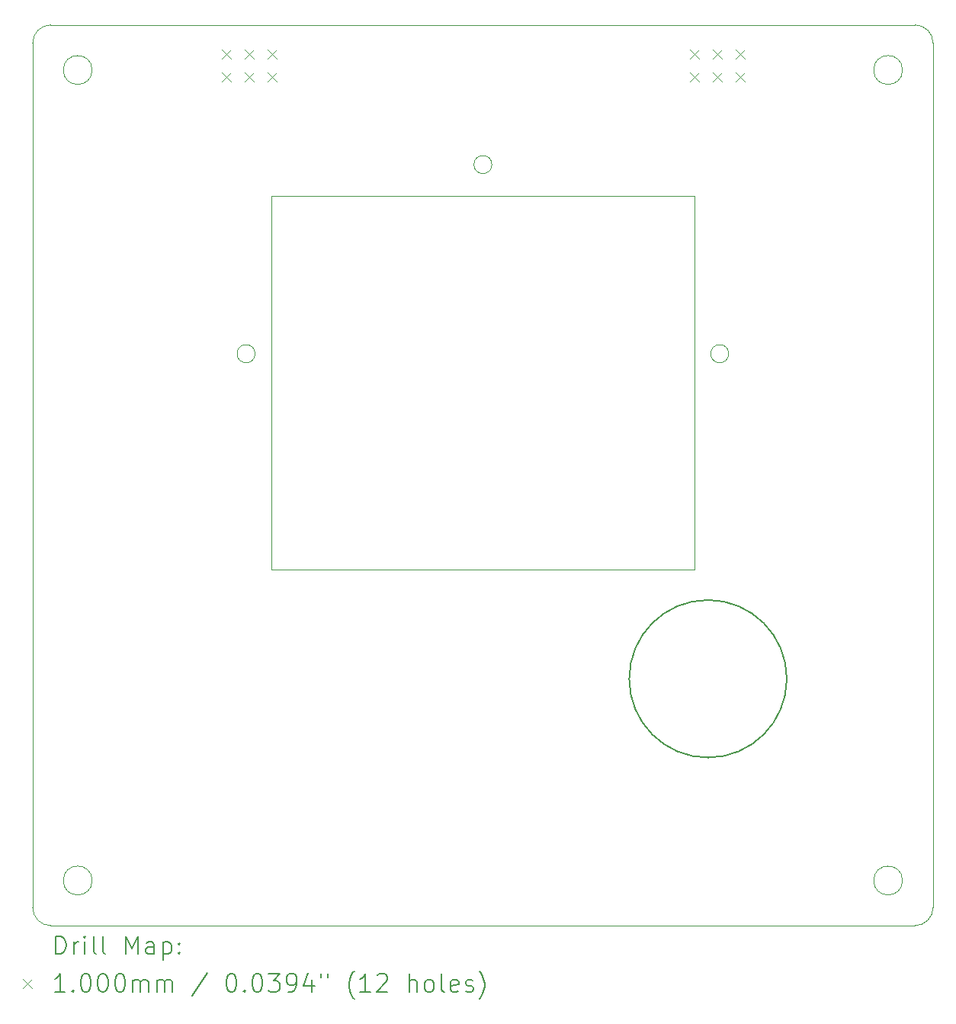
<source format=gbr>
%TF.GenerationSoftware,KiCad,Pcbnew,8.0.3*%
%TF.CreationDate,2024-06-20T00:16:15-06:00*%
%TF.ProjectId,dc32-front,64633332-2d66-4726-9f6e-742e6b696361,1.0*%
%TF.SameCoordinates,PX7bb10a0PY836a940*%
%TF.FileFunction,Drillmap*%
%TF.FilePolarity,Positive*%
%FSLAX45Y45*%
G04 Gerber Fmt 4.5, Leading zero omitted, Abs format (unit mm)*
G04 Created by KiCad (PCBNEW 8.0.3) date 2024-06-20 00:16:15*
%MOMM*%
%LPD*%
G01*
G04 APERTURE LIST*
%ADD10C,0.100000*%
%ADD11C,0.150000*%
%ADD12C,0.200000*%
G04 APERTURE END LIST*
D10*
X200000Y0D02*
X9800000Y0D01*
X660312Y500000D02*
G75*
G02*
X339688Y500000I-160312J0D01*
G01*
X339688Y500000D02*
G75*
G02*
X660312Y500000I160312J0D01*
G01*
X0Y9800000D02*
G75*
G02*
X200000Y10000000I200000J0D01*
G01*
X10000000Y200000D02*
G75*
G02*
X9800000Y0I-200000J0D01*
G01*
X660000Y9500000D02*
G75*
G02*
X340000Y9500000I-160000J0D01*
G01*
X340000Y9500000D02*
G75*
G02*
X660000Y9500000I160000J0D01*
G01*
X9800000Y10000000D02*
G75*
G02*
X10000000Y9800000I0J-200000D01*
G01*
X9800000Y10000000D02*
X200000Y10000000D01*
X9660000Y500000D02*
G75*
G02*
X9340000Y500000I-160000J0D01*
G01*
X9340000Y500000D02*
G75*
G02*
X9660000Y500000I160000J0D01*
G01*
X200000Y0D02*
G75*
G02*
X0Y200000I0J200000D01*
G01*
X2470000Y6350000D02*
G75*
G02*
X2270000Y6350000I-100000J0D01*
G01*
X2270000Y6350000D02*
G75*
G02*
X2470000Y6350000I100000J0D01*
G01*
X5100000Y8450000D02*
G75*
G02*
X4900000Y8450000I-100000J0D01*
G01*
X4900000Y8450000D02*
G75*
G02*
X5100000Y8450000I100000J0D01*
G01*
X10000000Y200000D02*
X10000000Y9800000D01*
X0Y9800000D02*
X0Y200000D01*
X2650000Y8100000D02*
X7350000Y8100000D01*
X7350000Y3950000D01*
X2650000Y3950000D01*
X2650000Y8100000D01*
D11*
X8375000Y2740000D02*
G75*
G02*
X6625000Y2740000I-875000J0D01*
G01*
X6625000Y2740000D02*
G75*
G02*
X8375000Y2740000I875000J0D01*
G01*
D10*
X7730000Y6350000D02*
G75*
G02*
X7530000Y6350000I-100000J0D01*
G01*
X7530000Y6350000D02*
G75*
G02*
X7730000Y6350000I100000J0D01*
G01*
X9660312Y9500000D02*
G75*
G02*
X9339688Y9500000I-160312J0D01*
G01*
X9339688Y9500000D02*
G75*
G02*
X9660312Y9500000I160312J0D01*
G01*
D12*
D10*
X2102000Y9724000D02*
X2202000Y9624000D01*
X2202000Y9724000D02*
X2102000Y9624000D01*
X2102000Y9470000D02*
X2202000Y9370000D01*
X2202000Y9470000D02*
X2102000Y9370000D01*
X2356000Y9724000D02*
X2456000Y9624000D01*
X2456000Y9724000D02*
X2356000Y9624000D01*
X2356000Y9470000D02*
X2456000Y9370000D01*
X2456000Y9470000D02*
X2356000Y9370000D01*
X2610000Y9724000D02*
X2710000Y9624000D01*
X2710000Y9724000D02*
X2610000Y9624000D01*
X2610000Y9470000D02*
X2710000Y9370000D01*
X2710000Y9470000D02*
X2610000Y9370000D01*
X7300000Y9724000D02*
X7400000Y9624000D01*
X7400000Y9724000D02*
X7300000Y9624000D01*
X7300000Y9470000D02*
X7400000Y9370000D01*
X7400000Y9470000D02*
X7300000Y9370000D01*
X7554000Y9724000D02*
X7654000Y9624000D01*
X7654000Y9724000D02*
X7554000Y9624000D01*
X7554000Y9470000D02*
X7654000Y9370000D01*
X7654000Y9470000D02*
X7554000Y9370000D01*
X7808000Y9724000D02*
X7908000Y9624000D01*
X7908000Y9724000D02*
X7808000Y9624000D01*
X7808000Y9470000D02*
X7908000Y9370000D01*
X7908000Y9470000D02*
X7808000Y9370000D01*
D12*
X255777Y-316484D02*
X255777Y-116484D01*
X255777Y-116484D02*
X303396Y-116484D01*
X303396Y-116484D02*
X331967Y-126008D01*
X331967Y-126008D02*
X351015Y-145055D01*
X351015Y-145055D02*
X360539Y-164103D01*
X360539Y-164103D02*
X370062Y-202198D01*
X370062Y-202198D02*
X370062Y-230769D01*
X370062Y-230769D02*
X360539Y-268865D01*
X360539Y-268865D02*
X351015Y-287912D01*
X351015Y-287912D02*
X331967Y-306960D01*
X331967Y-306960D02*
X303396Y-316484D01*
X303396Y-316484D02*
X255777Y-316484D01*
X455777Y-316484D02*
X455777Y-183150D01*
X455777Y-221246D02*
X465301Y-202198D01*
X465301Y-202198D02*
X474824Y-192674D01*
X474824Y-192674D02*
X493872Y-183150D01*
X493872Y-183150D02*
X512920Y-183150D01*
X579586Y-316484D02*
X579586Y-183150D01*
X579586Y-116484D02*
X570063Y-126008D01*
X570063Y-126008D02*
X579586Y-135531D01*
X579586Y-135531D02*
X589110Y-126008D01*
X589110Y-126008D02*
X579586Y-116484D01*
X579586Y-116484D02*
X579586Y-135531D01*
X703396Y-316484D02*
X684348Y-306960D01*
X684348Y-306960D02*
X674824Y-287912D01*
X674824Y-287912D02*
X674824Y-116484D01*
X808158Y-316484D02*
X789110Y-306960D01*
X789110Y-306960D02*
X779586Y-287912D01*
X779586Y-287912D02*
X779586Y-116484D01*
X1036729Y-316484D02*
X1036729Y-116484D01*
X1036729Y-116484D02*
X1103396Y-259341D01*
X1103396Y-259341D02*
X1170063Y-116484D01*
X1170063Y-116484D02*
X1170063Y-316484D01*
X1351015Y-316484D02*
X1351015Y-211722D01*
X1351015Y-211722D02*
X1341491Y-192674D01*
X1341491Y-192674D02*
X1322444Y-183150D01*
X1322444Y-183150D02*
X1284348Y-183150D01*
X1284348Y-183150D02*
X1265301Y-192674D01*
X1351015Y-306960D02*
X1331967Y-316484D01*
X1331967Y-316484D02*
X1284348Y-316484D01*
X1284348Y-316484D02*
X1265301Y-306960D01*
X1265301Y-306960D02*
X1255777Y-287912D01*
X1255777Y-287912D02*
X1255777Y-268865D01*
X1255777Y-268865D02*
X1265301Y-249817D01*
X1265301Y-249817D02*
X1284348Y-240293D01*
X1284348Y-240293D02*
X1331967Y-240293D01*
X1331967Y-240293D02*
X1351015Y-230769D01*
X1446253Y-183150D02*
X1446253Y-383150D01*
X1446253Y-192674D02*
X1465301Y-183150D01*
X1465301Y-183150D02*
X1503396Y-183150D01*
X1503396Y-183150D02*
X1522443Y-192674D01*
X1522443Y-192674D02*
X1531967Y-202198D01*
X1531967Y-202198D02*
X1541491Y-221246D01*
X1541491Y-221246D02*
X1541491Y-278389D01*
X1541491Y-278389D02*
X1531967Y-297436D01*
X1531967Y-297436D02*
X1522443Y-306960D01*
X1522443Y-306960D02*
X1503396Y-316484D01*
X1503396Y-316484D02*
X1465301Y-316484D01*
X1465301Y-316484D02*
X1446253Y-306960D01*
X1627205Y-297436D02*
X1636729Y-306960D01*
X1636729Y-306960D02*
X1627205Y-316484D01*
X1627205Y-316484D02*
X1617682Y-306960D01*
X1617682Y-306960D02*
X1627205Y-297436D01*
X1627205Y-297436D02*
X1627205Y-316484D01*
X1627205Y-192674D02*
X1636729Y-202198D01*
X1636729Y-202198D02*
X1627205Y-211722D01*
X1627205Y-211722D02*
X1617682Y-202198D01*
X1617682Y-202198D02*
X1627205Y-192674D01*
X1627205Y-192674D02*
X1627205Y-211722D01*
D10*
X-105000Y-595000D02*
X-5000Y-695000D01*
X-5000Y-595000D02*
X-105000Y-695000D01*
D12*
X360539Y-736484D02*
X246253Y-736484D01*
X303396Y-736484D02*
X303396Y-536484D01*
X303396Y-536484D02*
X284348Y-565055D01*
X284348Y-565055D02*
X265301Y-584103D01*
X265301Y-584103D02*
X246253Y-593627D01*
X446253Y-717436D02*
X455777Y-726960D01*
X455777Y-726960D02*
X446253Y-736484D01*
X446253Y-736484D02*
X436729Y-726960D01*
X436729Y-726960D02*
X446253Y-717436D01*
X446253Y-717436D02*
X446253Y-736484D01*
X579586Y-536484D02*
X598634Y-536484D01*
X598634Y-536484D02*
X617682Y-546008D01*
X617682Y-546008D02*
X627205Y-555531D01*
X627205Y-555531D02*
X636729Y-574579D01*
X636729Y-574579D02*
X646253Y-612674D01*
X646253Y-612674D02*
X646253Y-660293D01*
X646253Y-660293D02*
X636729Y-698389D01*
X636729Y-698389D02*
X627205Y-717436D01*
X627205Y-717436D02*
X617682Y-726960D01*
X617682Y-726960D02*
X598634Y-736484D01*
X598634Y-736484D02*
X579586Y-736484D01*
X579586Y-736484D02*
X560539Y-726960D01*
X560539Y-726960D02*
X551015Y-717436D01*
X551015Y-717436D02*
X541491Y-698389D01*
X541491Y-698389D02*
X531967Y-660293D01*
X531967Y-660293D02*
X531967Y-612674D01*
X531967Y-612674D02*
X541491Y-574579D01*
X541491Y-574579D02*
X551015Y-555531D01*
X551015Y-555531D02*
X560539Y-546008D01*
X560539Y-546008D02*
X579586Y-536484D01*
X770062Y-536484D02*
X789110Y-536484D01*
X789110Y-536484D02*
X808158Y-546008D01*
X808158Y-546008D02*
X817682Y-555531D01*
X817682Y-555531D02*
X827205Y-574579D01*
X827205Y-574579D02*
X836729Y-612674D01*
X836729Y-612674D02*
X836729Y-660293D01*
X836729Y-660293D02*
X827205Y-698389D01*
X827205Y-698389D02*
X817682Y-717436D01*
X817682Y-717436D02*
X808158Y-726960D01*
X808158Y-726960D02*
X789110Y-736484D01*
X789110Y-736484D02*
X770062Y-736484D01*
X770062Y-736484D02*
X751015Y-726960D01*
X751015Y-726960D02*
X741491Y-717436D01*
X741491Y-717436D02*
X731967Y-698389D01*
X731967Y-698389D02*
X722443Y-660293D01*
X722443Y-660293D02*
X722443Y-612674D01*
X722443Y-612674D02*
X731967Y-574579D01*
X731967Y-574579D02*
X741491Y-555531D01*
X741491Y-555531D02*
X751015Y-546008D01*
X751015Y-546008D02*
X770062Y-536484D01*
X960539Y-536484D02*
X979586Y-536484D01*
X979586Y-536484D02*
X998634Y-546008D01*
X998634Y-546008D02*
X1008158Y-555531D01*
X1008158Y-555531D02*
X1017682Y-574579D01*
X1017682Y-574579D02*
X1027205Y-612674D01*
X1027205Y-612674D02*
X1027205Y-660293D01*
X1027205Y-660293D02*
X1017682Y-698389D01*
X1017682Y-698389D02*
X1008158Y-717436D01*
X1008158Y-717436D02*
X998634Y-726960D01*
X998634Y-726960D02*
X979586Y-736484D01*
X979586Y-736484D02*
X960539Y-736484D01*
X960539Y-736484D02*
X941491Y-726960D01*
X941491Y-726960D02*
X931967Y-717436D01*
X931967Y-717436D02*
X922443Y-698389D01*
X922443Y-698389D02*
X912920Y-660293D01*
X912920Y-660293D02*
X912920Y-612674D01*
X912920Y-612674D02*
X922443Y-574579D01*
X922443Y-574579D02*
X931967Y-555531D01*
X931967Y-555531D02*
X941491Y-546008D01*
X941491Y-546008D02*
X960539Y-536484D01*
X1112920Y-736484D02*
X1112920Y-603150D01*
X1112920Y-622198D02*
X1122444Y-612674D01*
X1122444Y-612674D02*
X1141491Y-603150D01*
X1141491Y-603150D02*
X1170063Y-603150D01*
X1170063Y-603150D02*
X1189110Y-612674D01*
X1189110Y-612674D02*
X1198634Y-631722D01*
X1198634Y-631722D02*
X1198634Y-736484D01*
X1198634Y-631722D02*
X1208158Y-612674D01*
X1208158Y-612674D02*
X1227205Y-603150D01*
X1227205Y-603150D02*
X1255777Y-603150D01*
X1255777Y-603150D02*
X1274825Y-612674D01*
X1274825Y-612674D02*
X1284348Y-631722D01*
X1284348Y-631722D02*
X1284348Y-736484D01*
X1379586Y-736484D02*
X1379586Y-603150D01*
X1379586Y-622198D02*
X1389110Y-612674D01*
X1389110Y-612674D02*
X1408158Y-603150D01*
X1408158Y-603150D02*
X1436729Y-603150D01*
X1436729Y-603150D02*
X1455777Y-612674D01*
X1455777Y-612674D02*
X1465301Y-631722D01*
X1465301Y-631722D02*
X1465301Y-736484D01*
X1465301Y-631722D02*
X1474824Y-612674D01*
X1474824Y-612674D02*
X1493872Y-603150D01*
X1493872Y-603150D02*
X1522443Y-603150D01*
X1522443Y-603150D02*
X1541491Y-612674D01*
X1541491Y-612674D02*
X1551015Y-631722D01*
X1551015Y-631722D02*
X1551015Y-736484D01*
X1941491Y-526960D02*
X1770063Y-784103D01*
X2198634Y-536484D02*
X2217682Y-536484D01*
X2217682Y-536484D02*
X2236729Y-546008D01*
X2236729Y-546008D02*
X2246253Y-555531D01*
X2246253Y-555531D02*
X2255777Y-574579D01*
X2255777Y-574579D02*
X2265301Y-612674D01*
X2265301Y-612674D02*
X2265301Y-660293D01*
X2265301Y-660293D02*
X2255777Y-698389D01*
X2255777Y-698389D02*
X2246253Y-717436D01*
X2246253Y-717436D02*
X2236729Y-726960D01*
X2236729Y-726960D02*
X2217682Y-736484D01*
X2217682Y-736484D02*
X2198634Y-736484D01*
X2198634Y-736484D02*
X2179587Y-726960D01*
X2179587Y-726960D02*
X2170063Y-717436D01*
X2170063Y-717436D02*
X2160539Y-698389D01*
X2160539Y-698389D02*
X2151015Y-660293D01*
X2151015Y-660293D02*
X2151015Y-612674D01*
X2151015Y-612674D02*
X2160539Y-574579D01*
X2160539Y-574579D02*
X2170063Y-555531D01*
X2170063Y-555531D02*
X2179587Y-546008D01*
X2179587Y-546008D02*
X2198634Y-536484D01*
X2351015Y-717436D02*
X2360539Y-726960D01*
X2360539Y-726960D02*
X2351015Y-736484D01*
X2351015Y-736484D02*
X2341491Y-726960D01*
X2341491Y-726960D02*
X2351015Y-717436D01*
X2351015Y-717436D02*
X2351015Y-736484D01*
X2484348Y-536484D02*
X2503396Y-536484D01*
X2503396Y-536484D02*
X2522444Y-546008D01*
X2522444Y-546008D02*
X2531968Y-555531D01*
X2531968Y-555531D02*
X2541491Y-574579D01*
X2541491Y-574579D02*
X2551015Y-612674D01*
X2551015Y-612674D02*
X2551015Y-660293D01*
X2551015Y-660293D02*
X2541491Y-698389D01*
X2541491Y-698389D02*
X2531968Y-717436D01*
X2531968Y-717436D02*
X2522444Y-726960D01*
X2522444Y-726960D02*
X2503396Y-736484D01*
X2503396Y-736484D02*
X2484348Y-736484D01*
X2484348Y-736484D02*
X2465301Y-726960D01*
X2465301Y-726960D02*
X2455777Y-717436D01*
X2455777Y-717436D02*
X2446253Y-698389D01*
X2446253Y-698389D02*
X2436729Y-660293D01*
X2436729Y-660293D02*
X2436729Y-612674D01*
X2436729Y-612674D02*
X2446253Y-574579D01*
X2446253Y-574579D02*
X2455777Y-555531D01*
X2455777Y-555531D02*
X2465301Y-546008D01*
X2465301Y-546008D02*
X2484348Y-536484D01*
X2617682Y-536484D02*
X2741491Y-536484D01*
X2741491Y-536484D02*
X2674825Y-612674D01*
X2674825Y-612674D02*
X2703396Y-612674D01*
X2703396Y-612674D02*
X2722444Y-622198D01*
X2722444Y-622198D02*
X2731968Y-631722D01*
X2731968Y-631722D02*
X2741491Y-650770D01*
X2741491Y-650770D02*
X2741491Y-698389D01*
X2741491Y-698389D02*
X2731968Y-717436D01*
X2731968Y-717436D02*
X2722444Y-726960D01*
X2722444Y-726960D02*
X2703396Y-736484D01*
X2703396Y-736484D02*
X2646253Y-736484D01*
X2646253Y-736484D02*
X2627206Y-726960D01*
X2627206Y-726960D02*
X2617682Y-717436D01*
X2836729Y-736484D02*
X2874825Y-736484D01*
X2874825Y-736484D02*
X2893872Y-726960D01*
X2893872Y-726960D02*
X2903396Y-717436D01*
X2903396Y-717436D02*
X2922444Y-688865D01*
X2922444Y-688865D02*
X2931967Y-650770D01*
X2931967Y-650770D02*
X2931967Y-574579D01*
X2931967Y-574579D02*
X2922444Y-555531D01*
X2922444Y-555531D02*
X2912920Y-546008D01*
X2912920Y-546008D02*
X2893872Y-536484D01*
X2893872Y-536484D02*
X2855777Y-536484D01*
X2855777Y-536484D02*
X2836729Y-546008D01*
X2836729Y-546008D02*
X2827206Y-555531D01*
X2827206Y-555531D02*
X2817682Y-574579D01*
X2817682Y-574579D02*
X2817682Y-622198D01*
X2817682Y-622198D02*
X2827206Y-641246D01*
X2827206Y-641246D02*
X2836729Y-650770D01*
X2836729Y-650770D02*
X2855777Y-660293D01*
X2855777Y-660293D02*
X2893872Y-660293D01*
X2893872Y-660293D02*
X2912920Y-650770D01*
X2912920Y-650770D02*
X2922444Y-641246D01*
X2922444Y-641246D02*
X2931967Y-622198D01*
X3103396Y-603150D02*
X3103396Y-736484D01*
X3055777Y-526960D02*
X3008158Y-669817D01*
X3008158Y-669817D02*
X3131967Y-669817D01*
X3198634Y-536484D02*
X3198634Y-574579D01*
X3274825Y-536484D02*
X3274825Y-574579D01*
X3570063Y-812674D02*
X3560539Y-803150D01*
X3560539Y-803150D02*
X3541491Y-774579D01*
X3541491Y-774579D02*
X3531968Y-755531D01*
X3531968Y-755531D02*
X3522444Y-726960D01*
X3522444Y-726960D02*
X3512920Y-679341D01*
X3512920Y-679341D02*
X3512920Y-641246D01*
X3512920Y-641246D02*
X3522444Y-593627D01*
X3522444Y-593627D02*
X3531968Y-565055D01*
X3531968Y-565055D02*
X3541491Y-546008D01*
X3541491Y-546008D02*
X3560539Y-517436D01*
X3560539Y-517436D02*
X3570063Y-507912D01*
X3751015Y-736484D02*
X3636729Y-736484D01*
X3693872Y-736484D02*
X3693872Y-536484D01*
X3693872Y-536484D02*
X3674825Y-565055D01*
X3674825Y-565055D02*
X3655777Y-584103D01*
X3655777Y-584103D02*
X3636729Y-593627D01*
X3827206Y-555531D02*
X3836729Y-546008D01*
X3836729Y-546008D02*
X3855777Y-536484D01*
X3855777Y-536484D02*
X3903396Y-536484D01*
X3903396Y-536484D02*
X3922444Y-546008D01*
X3922444Y-546008D02*
X3931968Y-555531D01*
X3931968Y-555531D02*
X3941491Y-574579D01*
X3941491Y-574579D02*
X3941491Y-593627D01*
X3941491Y-593627D02*
X3931968Y-622198D01*
X3931968Y-622198D02*
X3817682Y-736484D01*
X3817682Y-736484D02*
X3941491Y-736484D01*
X4179587Y-736484D02*
X4179587Y-536484D01*
X4265301Y-736484D02*
X4265301Y-631722D01*
X4265301Y-631722D02*
X4255777Y-612674D01*
X4255777Y-612674D02*
X4236730Y-603150D01*
X4236730Y-603150D02*
X4208158Y-603150D01*
X4208158Y-603150D02*
X4189110Y-612674D01*
X4189110Y-612674D02*
X4179587Y-622198D01*
X4389111Y-736484D02*
X4370063Y-726960D01*
X4370063Y-726960D02*
X4360539Y-717436D01*
X4360539Y-717436D02*
X4351015Y-698389D01*
X4351015Y-698389D02*
X4351015Y-641246D01*
X4351015Y-641246D02*
X4360539Y-622198D01*
X4360539Y-622198D02*
X4370063Y-612674D01*
X4370063Y-612674D02*
X4389111Y-603150D01*
X4389111Y-603150D02*
X4417682Y-603150D01*
X4417682Y-603150D02*
X4436730Y-612674D01*
X4436730Y-612674D02*
X4446253Y-622198D01*
X4446253Y-622198D02*
X4455777Y-641246D01*
X4455777Y-641246D02*
X4455777Y-698389D01*
X4455777Y-698389D02*
X4446253Y-717436D01*
X4446253Y-717436D02*
X4436730Y-726960D01*
X4436730Y-726960D02*
X4417682Y-736484D01*
X4417682Y-736484D02*
X4389111Y-736484D01*
X4570063Y-736484D02*
X4551015Y-726960D01*
X4551015Y-726960D02*
X4541492Y-707912D01*
X4541492Y-707912D02*
X4541492Y-536484D01*
X4722444Y-726960D02*
X4703396Y-736484D01*
X4703396Y-736484D02*
X4665301Y-736484D01*
X4665301Y-736484D02*
X4646253Y-726960D01*
X4646253Y-726960D02*
X4636730Y-707912D01*
X4636730Y-707912D02*
X4636730Y-631722D01*
X4636730Y-631722D02*
X4646253Y-612674D01*
X4646253Y-612674D02*
X4665301Y-603150D01*
X4665301Y-603150D02*
X4703396Y-603150D01*
X4703396Y-603150D02*
X4722444Y-612674D01*
X4722444Y-612674D02*
X4731968Y-631722D01*
X4731968Y-631722D02*
X4731968Y-650770D01*
X4731968Y-650770D02*
X4636730Y-669817D01*
X4808158Y-726960D02*
X4827206Y-736484D01*
X4827206Y-736484D02*
X4865301Y-736484D01*
X4865301Y-736484D02*
X4884349Y-726960D01*
X4884349Y-726960D02*
X4893873Y-707912D01*
X4893873Y-707912D02*
X4893873Y-698389D01*
X4893873Y-698389D02*
X4884349Y-679341D01*
X4884349Y-679341D02*
X4865301Y-669817D01*
X4865301Y-669817D02*
X4836730Y-669817D01*
X4836730Y-669817D02*
X4817682Y-660293D01*
X4817682Y-660293D02*
X4808158Y-641246D01*
X4808158Y-641246D02*
X4808158Y-631722D01*
X4808158Y-631722D02*
X4817682Y-612674D01*
X4817682Y-612674D02*
X4836730Y-603150D01*
X4836730Y-603150D02*
X4865301Y-603150D01*
X4865301Y-603150D02*
X4884349Y-612674D01*
X4960539Y-812674D02*
X4970063Y-803150D01*
X4970063Y-803150D02*
X4989111Y-774579D01*
X4989111Y-774579D02*
X4998634Y-755531D01*
X4998634Y-755531D02*
X5008158Y-726960D01*
X5008158Y-726960D02*
X5017682Y-679341D01*
X5017682Y-679341D02*
X5017682Y-641246D01*
X5017682Y-641246D02*
X5008158Y-593627D01*
X5008158Y-593627D02*
X4998634Y-565055D01*
X4998634Y-565055D02*
X4989111Y-546008D01*
X4989111Y-546008D02*
X4970063Y-517436D01*
X4970063Y-517436D02*
X4960539Y-507912D01*
M02*

</source>
